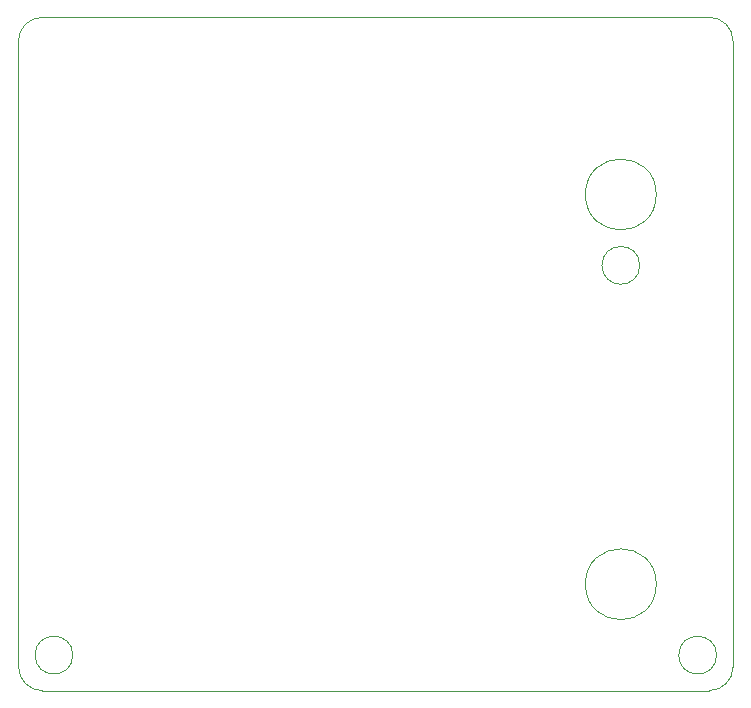
<source format=gbr>
%TF.GenerationSoftware,KiCad,Pcbnew,7.0.9*%
%TF.CreationDate,2023-12-20T20:56:42+01:00*%
%TF.ProjectId,KITT_Voicebox_v1.0,4b495454-5f56-46f6-9963-65626f785f76,rev?*%
%TF.SameCoordinates,Original*%
%TF.FileFunction,Profile,NP*%
%FSLAX46Y46*%
G04 Gerber Fmt 4.6, Leading zero omitted, Abs format (unit mm)*
G04 Created by KiCad (PCBNEW 7.0.9) date 2023-12-20 20:56:42*
%MOMM*%
%LPD*%
G01*
G04 APERTURE LIST*
%TA.AperFunction,Profile*%
%ADD10C,0.100000*%
%TD*%
G04 APERTURE END LIST*
D10*
X150500000Y-109000000D02*
G75*
G03*
X150500000Y-109000000I-3000000J0D01*
G01*
X157000000Y-63000000D02*
X157000000Y-116000000D01*
X155000000Y-118000000D02*
G75*
G03*
X157000000Y-116000000I0J2000000D01*
G01*
X155600000Y-115000000D02*
G75*
G03*
X155600000Y-115000000I-1600000J0D01*
G01*
X155000000Y-118000000D02*
X98500000Y-118000000D01*
X149100000Y-82000000D02*
G75*
G03*
X149100000Y-82000000I-1600000J0D01*
G01*
X98500000Y-61000000D02*
G75*
G03*
X96500000Y-63000000I0J-2000000D01*
G01*
X150500000Y-76000000D02*
G75*
G03*
X150500000Y-76000000I-3000000J0D01*
G01*
X96500000Y-116000000D02*
G75*
G03*
X98500000Y-118000000I2000000J0D01*
G01*
X101100000Y-115000000D02*
G75*
G03*
X101100000Y-115000000I-1600000J0D01*
G01*
X96500000Y-116000000D02*
X96500000Y-63000000D01*
X157000000Y-63000000D02*
G75*
G03*
X155000000Y-61000000I-2000000J0D01*
G01*
X98500000Y-61000000D02*
X155000000Y-61000000D01*
M02*

</source>
